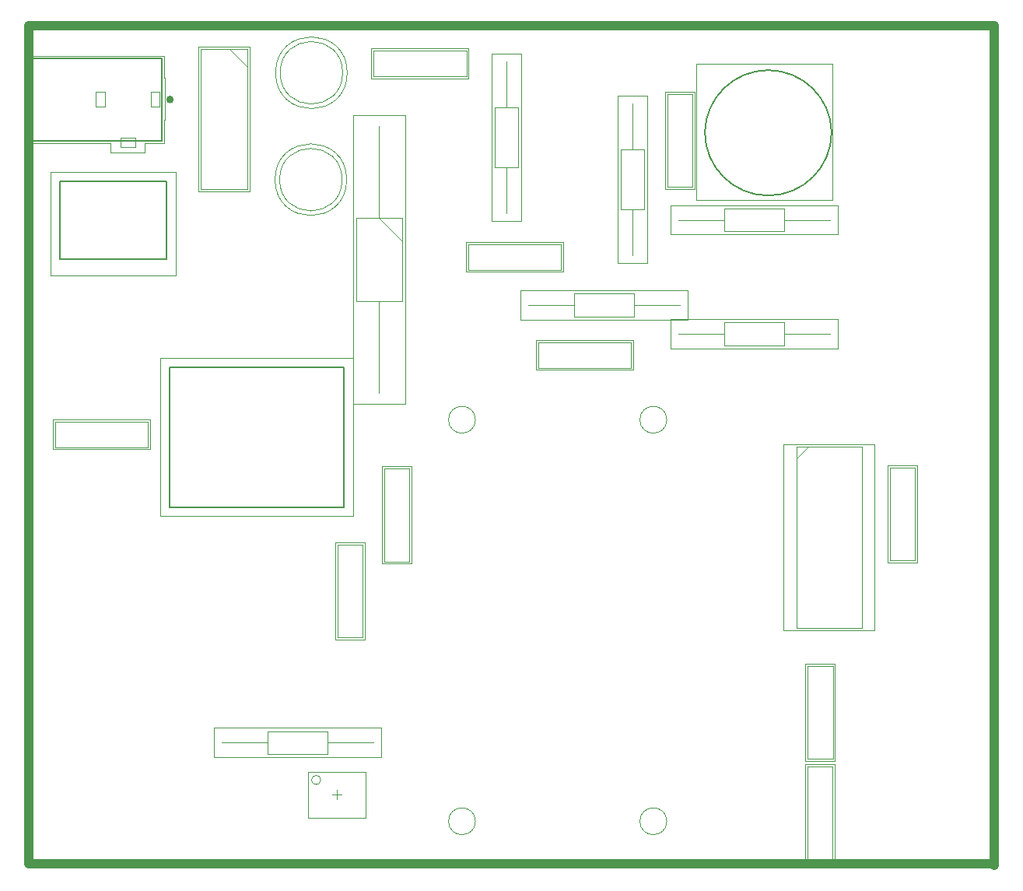
<source format=gko>
G04*
G04 #@! TF.GenerationSoftware,Altium Limited,Altium Designer,18.0.9 (584)*
G04*
G04 Layer_Color=16711935*
%FSLAX44Y44*%
%MOMM*%
G71*
G01*
G75*
%ADD10C,0.2000*%
%ADD11C,0.1000*%
%ADD14C,0.1270*%
%ADD15C,0.4000*%
%ADD16C,0.2540*%
%ADD18C,0.0001*%
%ADD19C,1.0000*%
%ADD20C,0.0500*%
%ADD67C,0.0508*%
D10*
X994720Y1150620D02*
G03*
X1132620Y1150620I68950J0D01*
G01*
D02*
G03*
X994720Y1150620I-68950J-1530D01*
G01*
X292520Y1012510D02*
Y1097510D01*
X408520D01*
Y1012510D02*
Y1097510D01*
X292520Y1012510D02*
X408520D01*
X601730Y742760D02*
Y894760D01*
X411730D02*
X601730D01*
X411730Y742760D02*
Y894760D01*
Y742760D02*
X601730D01*
D11*
X600500Y1215245D02*
G03*
X600500Y1215245I-34000J0D01*
G01*
X599875Y1098945D02*
G03*
X599875Y1098945I-34000J0D01*
G01*
X576630Y445760D02*
G03*
X576630Y445760I-5000J0D01*
G01*
X388370Y807990D02*
Y835390D01*
X287270Y807990D02*
X388370D01*
X287270D02*
Y835390D01*
X388370D01*
X1106540Y569710D02*
X1133940D01*
Y468610D02*
Y569710D01*
X1106540Y468610D02*
X1133940D01*
X1106540D02*
Y569710D01*
X813050Y894350D02*
Y921750D01*
X914150D01*
Y894350D02*
Y921750D01*
X813050Y894350D02*
X914150D01*
X594630Y600892D02*
X622030D01*
X594630D02*
Y701992D01*
X622030D01*
Y600892D02*
Y701992D01*
X735160Y1211670D02*
Y1239070D01*
X634060Y1211670D02*
X735160D01*
X634060D02*
Y1239070D01*
X735160D01*
X954040Y1192309D02*
X981440D01*
Y1091209D02*
Y1192309D01*
X954040Y1091209D02*
X981440D01*
X954040D02*
Y1192309D01*
X838255Y1001030D02*
Y1028430D01*
X737155Y1001030D02*
X838255D01*
X737155D02*
Y1028430D01*
X838255D01*
X1196184Y785680D02*
X1223584D01*
Y684580D02*
Y785680D01*
X1196184Y684580D02*
X1223584D01*
X1196184D02*
Y785680D01*
X1106440Y359660D02*
X1133840D01*
X1106440D02*
Y460760D01*
X1133840D01*
Y359660D02*
Y460760D01*
X645430Y683510D02*
X672830D01*
X645430D02*
Y784610D01*
X672830D01*
Y683510D02*
Y784610D01*
X1094420Y808380D02*
X1165520D01*
Y611480D02*
Y808380D01*
X1094420Y611480D02*
X1165520D01*
X1094420D02*
Y808380D01*
Y795680D02*
X1107120Y808380D01*
X496680Y1088645D02*
Y1241045D01*
X445880Y1088645D02*
X496680D01*
X445880D02*
Y1241045D01*
X496680D01*
X477430D02*
X496680Y1221795D01*
X640080Y866970D02*
Y966970D01*
Y1056970D02*
Y1156970D01*
Y1056970D02*
X665100Y1031950D01*
X615050Y1056970D02*
X665100D01*
X615050Y966970D02*
Y1056970D01*
Y966970D02*
X665100D01*
Y1056970D01*
X791090Y1112245D02*
Y1177245D01*
X766090Y1112245D02*
X791090D01*
X766090D02*
Y1177245D01*
X791090D01*
X778590D02*
Y1227245D01*
Y1062245D02*
Y1112245D01*
X903250Y1066734D02*
Y1131734D01*
X928250D01*
Y1066734D02*
Y1131734D01*
X903250Y1066734D02*
X928250D01*
X915750Y1016734D02*
Y1066734D01*
Y1131734D02*
Y1181734D01*
X518730Y473910D02*
X583730D01*
X518730D02*
Y498910D01*
X583730D01*
Y473910D02*
Y498910D01*
Y486410D02*
X633730D01*
X468730D02*
X518730D01*
X1016199Y943796D02*
X1081199D01*
Y918796D02*
Y943796D01*
X1016199Y918796D02*
X1081199D01*
X1016199D02*
Y943796D01*
X966199Y931296D02*
X1016199D01*
X1081199D02*
X1131199D01*
X1016199Y1067689D02*
X1081199D01*
Y1042689D02*
Y1067689D01*
X1016199Y1042689D02*
X1081199D01*
X1016199D02*
Y1067689D01*
X966199Y1055189D02*
X1016199D01*
X1081199D02*
X1131199D01*
X852640Y975160D02*
X917640D01*
Y950160D02*
Y975160D01*
X852640Y950160D02*
X917640D01*
X852640D02*
Y975160D01*
X802640Y962660D02*
X852640D01*
X917640D02*
X967640D01*
X562630Y404760D02*
X625630D01*
X562630Y454760D02*
X625630D01*
Y404760D02*
Y454760D01*
X562630Y404760D02*
Y454760D01*
X985380Y1076670D02*
X1133280D01*
Y1224570D01*
X985380D02*
X1133280D01*
X985380Y1076670D02*
Y1224570D01*
X282520Y994510D02*
Y1107510D01*
X418520D01*
Y994510D02*
Y1107510D01*
X282520Y994510D02*
X418520D01*
X611730Y732760D02*
Y904760D01*
X401730D02*
X611730D01*
X401730Y732760D02*
Y904760D01*
Y732760D02*
X611730D01*
X594130Y424760D02*
Y434760D01*
X589130Y429760D02*
X599130D01*
D14*
X259550Y1141180D02*
Y1231180D01*
X403550Y1141180D02*
Y1231180D01*
X259550D02*
X403550D01*
X259550Y1141180D02*
X403550D01*
X259550D02*
Y1231180D01*
X403550Y1141180D02*
Y1231180D01*
X259550D02*
X403550D01*
X259550Y1141180D02*
X403550D01*
X259550D02*
Y1231180D01*
X403550D01*
X385050Y1141180D02*
X403550D01*
Y1201680D02*
Y1231180D01*
X259550Y1141180D02*
X349050D01*
X403550D02*
Y1171680D01*
D15*
X414550Y1186180D02*
G03*
X414550Y1186180I-2000J0D01*
G01*
D16*
X1308100Y354330D02*
Y360680D01*
X260350Y354330D02*
X1308100D01*
X259080Y355600D02*
X260350Y354330D01*
X259080Y355600D02*
Y1263650D01*
X1308100Y356870D02*
Y1262380D01*
X1306830Y1263650D02*
X1308100Y1262380D01*
X259080Y1263650D02*
X1306830D01*
D18*
X358550Y1144180D02*
X374550D01*
X358550Y1134180D02*
Y1144180D01*
Y1134180D02*
X374550D01*
Y1144180D01*
X331550Y1178180D02*
Y1194180D01*
Y1178180D02*
X341550D01*
Y1194180D01*
X331550D02*
X341550D01*
X391550Y1178180D02*
Y1194180D01*
Y1178180D02*
X401550D01*
Y1194180D01*
X391550D02*
X401550D01*
D19*
X259080Y354330D02*
X1308100D01*
X259080Y1266190D02*
X259080Y354330D01*
X259080Y1266190D02*
X1309370D01*
Y353060D02*
Y1266190D01*
D20*
X605500Y1215245D02*
G03*
X605500Y1215245I-39000J0D01*
G01*
X604875Y1098945D02*
G03*
X604875Y1098945I-39000J0D01*
G01*
X390870Y805490D02*
Y837890D01*
X284770Y805490D02*
X390870D01*
X284770D02*
Y837890D01*
X390870D01*
X1104040Y572210D02*
X1136440D01*
Y466110D02*
Y572210D01*
X1104040Y466110D02*
X1136440D01*
X1104040D02*
Y572210D01*
X810550Y891850D02*
Y924250D01*
X916650D01*
Y891850D02*
Y924250D01*
X810550Y891850D02*
X916650D01*
X592130Y598392D02*
X624530D01*
X592130D02*
Y704492D01*
X624530D01*
Y598392D02*
Y704492D01*
X737660Y1209170D02*
Y1241570D01*
X631560Y1209170D02*
X737660D01*
X631560D02*
Y1241570D01*
X737660D01*
X951540Y1194809D02*
X983940D01*
Y1088709D02*
Y1194809D01*
X951540Y1088709D02*
X983940D01*
X951540D02*
Y1194809D01*
X840755Y998530D02*
Y1030930D01*
X734655Y998530D02*
X840755D01*
X734655D02*
Y1030930D01*
X840755D01*
X1193684Y788180D02*
X1226084D01*
Y682080D02*
Y788180D01*
X1193684Y682080D02*
X1226084D01*
X1193684D02*
Y788180D01*
X1103940Y357160D02*
X1136340D01*
X1103940D02*
Y463260D01*
X1136340D01*
Y357160D02*
Y463260D01*
X642930Y681010D02*
X675330D01*
X642930D02*
Y787110D01*
X675330D01*
Y681010D02*
Y787110D01*
X1080370Y810880D02*
X1179570D01*
Y608980D02*
Y810880D01*
X1080370Y608980D02*
X1179570D01*
X1080370D02*
Y810880D01*
X499180Y1086145D02*
Y1243545D01*
X443380Y1086145D02*
X499180D01*
X443380D02*
Y1243545D01*
X499180D01*
X611550Y1168850D02*
X668600D01*
X611550Y855100D02*
Y1168850D01*
Y855100D02*
X668600D01*
Y1168850D01*
X794590Y1053745D02*
Y1235745D01*
X762590Y1053745D02*
X794590D01*
X762590D02*
Y1235745D01*
X794590D01*
X899750Y1008234D02*
Y1190234D01*
X931750D01*
Y1008234D02*
Y1190234D01*
X899750Y1008234D02*
X931750D01*
X460230Y470410D02*
X642230D01*
X460230D02*
Y502410D01*
X642230D01*
Y470410D02*
Y502410D01*
X957699Y947296D02*
X1139699D01*
Y915296D02*
Y947296D01*
X957699Y915296D02*
X1139699D01*
X957699D02*
Y947296D01*
Y1071189D02*
X1139699D01*
Y1039189D02*
Y1071189D01*
X957699Y1039189D02*
X1139699D01*
X957699D02*
Y1071189D01*
X794140Y978660D02*
X976140D01*
Y946660D02*
Y978660D01*
X794140Y946660D02*
X976140D01*
X794140D02*
Y978660D01*
X406050Y1209680D02*
X407050D01*
Y1163680D02*
Y1209680D01*
X406050Y1163680D02*
X407050D01*
X406050Y1138680D02*
Y1163680D01*
Y1209680D02*
Y1233680D01*
X256550D02*
X406050D01*
X256550Y1138680D02*
Y1233680D01*
Y1138680D02*
X348050D01*
Y1128180D02*
Y1138680D01*
Y1128180D02*
X385050D01*
Y1138680D01*
X406050D01*
D67*
X953215Y400870D02*
G03*
X953215Y400870I-14605J0D01*
G01*
X744935D02*
G03*
X744935Y400870I-14605J0D01*
G01*
X953215Y837750D02*
G03*
X953215Y837750I-14605J0D01*
G01*
X744935D02*
G03*
X744935Y837750I-14605J0D01*
G01*
M02*

</source>
